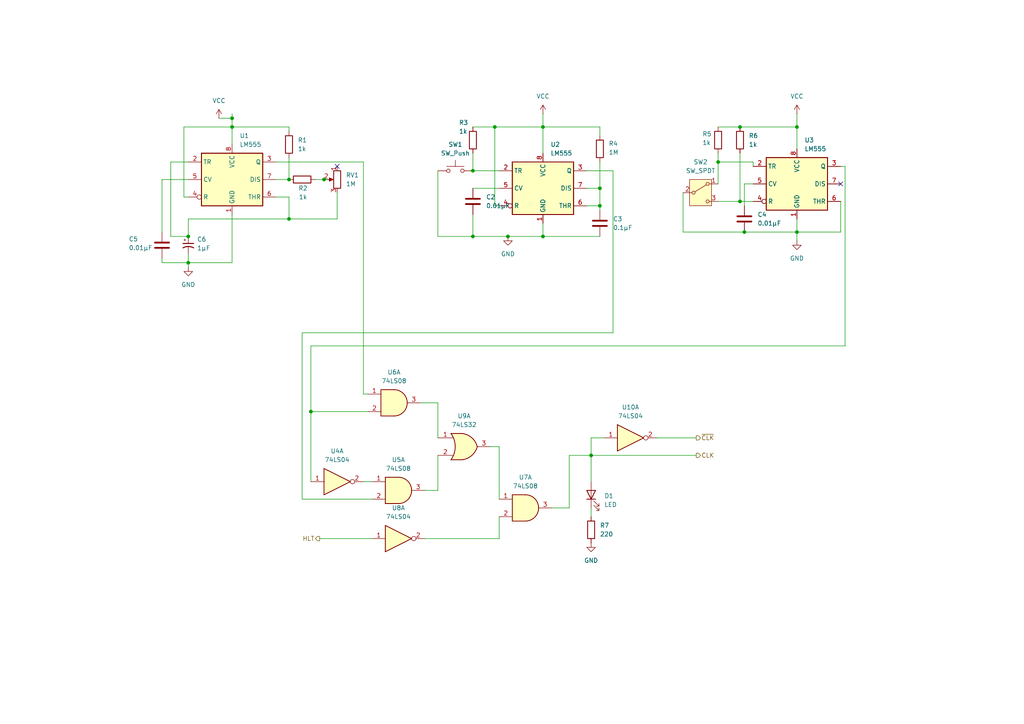
<source format=kicad_sch>
(kicad_sch (version 20231120) (generator "eeschema") (generator_version "8.0")
  (paper "A4")
  (lib_symbols
    (symbol "74xx:74LS04"
      (property "Reference" "U" (at 0 1.27 0))
      (property "Value" "74LS04" (at 0 -1.27 0))
      (symbol "74LS04_1_0"
        (polyline (pts (xy -3.81 3.81) (xy -3.81 -3.81) (xy 3.81 0) (xy -3.81 3.81)) (stroke (width 0.254)) (fill (type background)))
        (pin input line (at -7.62 0 0) (length 3.81) (name "~") (number "1"))
        (pin output inverted (at 7.62 0 180) (length 3.81) (name "~") (number "2"))
      )
      (symbol "74LS04_2_0"
        (polyline (pts (xy -3.81 3.81) (xy -3.81 -3.81) (xy 3.81 0) (xy -3.81 3.81)) (stroke (width 0.254)) (fill (type background)))
        (pin input line (at -7.62 0 0) (length 3.81) (name "~") (number "3"))
        (pin output inverted (at 7.62 0 180) (length 3.81) (name "~") (number "4"))
      )
      (symbol "74LS04_3_0"
        (polyline (pts (xy -3.81 3.81) (xy -3.81 -3.81) (xy 3.81 0) (xy -3.81 3.81)) (stroke (width 0.254)) (fill (type background)))
        (pin input line (at -7.62 0 0) (length 3.81) (name "~") (number "5"))
        (pin output inverted (at 7.62 0 180) (length 3.81) (name "~") (number "6"))
      )
      (symbol "74LS04_4_0"
        (polyline (pts (xy -3.81 3.81) (xy -3.81 -3.81) (xy 3.81 0) (xy -3.81 3.81)) (stroke (width 0.254)) (fill (type background)))
        (pin output inverted (at 7.62 0 180) (length 3.81) (name "~") (number "8"))
        (pin input line (at -7.62 0 0) (length 3.81) (name "~") (number "9"))
      )
      (symbol "74LS04_5_0"
        (polyline (pts (xy -3.81 3.81) (xy -3.81 -3.81) (xy 3.81 0) (xy -3.81 3.81)) (stroke (width 0.254)) (fill (type background)))
        (pin output inverted (at 7.62 0 180) (length 3.81) (name "~") (number "10"))
        (pin input line (at -7.62 0 0) (length 3.81) (name "~") (number "11"))
      )
      (symbol "74LS04_6_0"
        (polyline (pts (xy -3.81 3.81) (xy -3.81 -3.81) (xy 3.81 0) (xy -3.81 3.81)) (stroke (width 0.254)) (fill (type background)))
        (pin output inverted (at 7.62 0 180) (length 3.81) (name "~") (number "12"))
        (pin input line (at -7.62 0 0) (length 3.81) (name "~") (number "13"))
      )
      (symbol "74LS04_7_0"
        (pin power_in line (at 0 12.7 270) (length 5.08) (name "VCC") (number "14"))
        (pin power_in line (at 0 -12.7 90) (length 5.08) (name "GND") (number "7"))
      )
      (symbol "74LS04_7_1"
        (rectangle (start -5.08 7.62) (end 5.08 -7.62) (stroke (width 0.254)) (fill (type background)))
      )
    )
    (symbol "74xx:74LS08" (pin_names (offset 1.016))
      (property "Reference" "U" (at 0 1.27 0))
      (property "Value" "74LS08" (at 0 -1.27 0))
      (symbol "74LS08_1_1"
        (arc (start 0 -3.81) (mid 3.7934 0) (end 0 3.81) (stroke (width 0.254)) (fill (type background)))
        (polyline (pts (xy 0 3.81) (xy -3.81 3.81) (xy -3.81 -3.81) (xy 0 -3.81)) (stroke (width 0.254)) (fill (type background)))
        (pin input line (at -7.62 2.54 0) (length 3.81) (name "~") (number "1"))
        (pin input line (at -7.62 -2.54 0) (length 3.81) (name "~") (number "2"))
        (pin output line (at 7.62 0 180) (length 3.81) (name "~") (number "3"))
      )
      (symbol "74LS08_1_2"
        (arc (start -3.81 -3.81) (mid -2.589 0) (end -3.81 3.81) (stroke (width 0.254)))
        (arc (start -0.6096 -3.81) (mid 2.1842 -2.5851) (end 3.81 0) (stroke (width 0.254)) (fill (type background)))
        (polyline (pts (xy -3.81 -3.81) (xy -0.635 -3.81)) (stroke (width 0.254)) (fill (type background)))
        (polyline (pts (xy -3.81 3.81) (xy -0.635 3.81)) (stroke (width 0.254)) (fill (type background)))
        (polyline (pts (xy -0.635 3.81) (xy -3.81 3.81) (xy -3.81 3.81) (xy -3.556 3.4036) (xy -3.0226 2.2606) (xy -2.6924 1.0414) (xy -2.6162 -0.254) (xy -2.7686 -1.4986) (xy -3.175 -2.7178) (xy -3.81 -3.81) (xy -3.81 -3.81) (xy -0.635 -3.81)) (stroke (width -25.4)) (fill (type background)))
        (arc (start 3.81 0) (mid 2.1915 2.5936) (end -0.6096 3.81) (stroke (width 0.254)) (fill (type background)))
        (pin input inverted (at -7.62 2.54 0) (length 4.318) (name "~") (number "1"))
        (pin input inverted (at -7.62 -2.54 0) (length 4.318) (name "~") (number "2"))
        (pin output inverted (at 7.62 0 180) (length 3.81) (name "~") (number "3"))
      )
      (symbol "74LS08_2_1"
        (arc (start 0 -3.81) (mid 3.7934 0) (end 0 3.81) (stroke (width 0.254)) (fill (type background)))
        (polyline (pts (xy 0 3.81) (xy -3.81 3.81) (xy -3.81 -3.81) (xy 0 -3.81)) (stroke (width 0.254)) (fill (type background)))
        (pin input line (at -7.62 2.54 0) (length 3.81) (name "~") (number "4"))
        (pin input line (at -7.62 -2.54 0) (length 3.81) (name "~") (number "5"))
        (pin output line (at 7.62 0 180) (length 3.81) (name "~") (number "6"))
      )
      (symbol "74LS08_2_2"
        (arc (start -3.81 -3.81) (mid -2.589 0) (end -3.81 3.81) (stroke (width 0.254)))
        (arc (start -0.6096 -3.81) (mid 2.1842 -2.5851) (end 3.81 0) (stroke (width 0.254)) (fill (type background)))
        (polyline (pts (xy -3.81 -3.81) (xy -0.635 -3.81)) (stroke (width 0.254)) (fill (type background)))
        (polyline (pts (xy -3.81 3.81) (xy -0.635 3.81)) (stroke (width 0.254)) (fill (type background)))
        (polyline (pts (xy -0.635 3.81) (xy -3.81 3.81) (xy -3.81 3.81) (xy -3.556 3.4036) (xy -3.0226 2.2606) (xy -2.6924 1.0414) (xy -2.6162 -0.254) (xy -2.7686 -1.4986) (xy -3.175 -2.7178) (xy -3.81 -3.81) (xy -3.81 -3.81) (xy -0.635 -3.81)) (stroke (width -25.4)) (fill (type background)))
        (arc (start 3.81 0) (mid 2.1915 2.5936) (end -0.6096 3.81) (stroke (width 0.254)) (fill (type background)))
        (pin input inverted (at -7.62 2.54 0) (length 4.318) (name "~") (number "4"))
        (pin input inverted (at -7.62 -2.54 0) (length 4.318) (name "~") (number "5"))
        (pin output inverted (at 7.62 0 180) (length 3.81) (name "~") (number "6"))
      )
      (symbol "74LS08_3_1"
        (arc (start 0 -3.81) (mid 3.7934 0) (end 0 3.81) (stroke (width 0.254)) (fill (type background)))
        (polyline (pts (xy 0 3.81) (xy -3.81 3.81) (xy -3.81 -3.81) (xy 0 -3.81)) (stroke (width 0.254)) (fill (type background)))
        (pin input line (at -7.62 -2.54 0) (length 3.81) (name "~") (number "10"))
        (pin output line (at 7.62 0 180) (length 3.81) (name "~") (number "8"))
        (pin input line (at -7.62 2.54 0) (length 3.81) (name "~") (number "9"))
      )
      (symbol "74LS08_3_2"
        (arc (start -3.81 -3.81) (mid -2.589 0) (end -3.81 3.81) (stroke (width 0.254)))
        (arc (start -0.6096 -3.81) (mid 2.1842 -2.5851) (end 3.81 0) (stroke (width 0.254)) (fill (type background)))
        (polyline (pts (xy -3.81 -3.81) (xy -0.635 -3.81)) (stroke (width 0.254)) (fill (type background)))
        (polyline (pts (xy -3.81 3.81) (xy -0.635 3.81)) (stroke (width 0.254)) (fill (type background)))
        (polyline (pts (xy -0.635 3.81) (xy -3.81 3.81) (xy -3.81 3.81) (xy -3.556 3.4036) (xy -3.0226 2.2606) (xy -2.6924 1.0414) (xy -2.6162 -0.254) (xy -2.7686 -1.4986) (xy -3.175 -2.7178) (xy -3.81 -3.81) (xy -3.81 -3.81) (xy -0.635 -3.81)) (stroke (width -25.4)) (fill (type background)))
        (arc (start 3.81 0) (mid 2.1915 2.5936) (end -0.6096 3.81) (stroke (width 0.254)) (fill (type background)))
        (pin input inverted (at -7.62 -2.54 0) (length 4.318) (name "~") (number "10"))
        (pin output inverted (at 7.62 0 180) (length 3.81) (name "~") (number "8"))
        (pin input inverted (at -7.62 2.54 0) (length 4.318) (name "~") (number "9"))
      )
      (symbol "74LS08_4_1"
        (arc (start 0 -3.81) (mid 3.7934 0) (end 0 3.81) (stroke (width 0.254)) (fill (type background)))
        (polyline (pts (xy 0 3.81) (xy -3.81 3.81) (xy -3.81 -3.81) (xy 0 -3.81)) (stroke (width 0.254)) (fill (type background)))
        (pin output line (at 7.62 0 180) (length 3.81) (name "~") (number "11"))
        (pin input line (at -7.62 2.54 0) (length 3.81) (name "~") (number "12"))
        (pin input line (at -7.62 -2.54 0) (length 3.81) (name "~") (number "13"))
      )
      (symbol "74LS08_4_2"
        (arc (start -3.81 -3.81) (mid -2.589 0) (end -3.81 3.81) (stroke (width 0.254)))
        (arc (start -0.6096 -3.81) (mid 2.1842 -2.5851) (end 3.81 0) (stroke (width 0.254)) (fill (type background)))
        (polyline (pts (xy -3.81 -3.81) (xy -0.635 -3.81)) (stroke (width 0.254)) (fill (type background)))
        (polyline (pts (xy -3.81 3.81) (xy -0.635 3.81)) (stroke (width 0.254)) (fill (type background)))
        (polyline (pts (xy -0.635 3.81) (xy -3.81 3.81) (xy -3.81 3.81) (xy -3.556 3.4036) (xy -3.0226 2.2606) (xy -2.6924 1.0414) (xy -2.6162 -0.254) (xy -2.7686 -1.4986) (xy -3.175 -2.7178) (xy -3.81 -3.81) (xy -3.81 -3.81) (xy -0.635 -3.81)) (stroke (width -25.4)) (fill (type background)))
        (arc (start 3.81 0) (mid 2.1915 2.5936) (end -0.6096 3.81) (stroke (width 0.254)) (fill (type background)))
        (pin output inverted (at 7.62 0 180) (length 3.81) (name "~") (number "11"))
        (pin input inverted (at -7.62 2.54 0) (length 4.318) (name "~") (number "12"))
        (pin input inverted (at -7.62 -2.54 0) (length 4.318) (name "~") (number "13"))
      )
      (symbol "74LS08_5_0"
        (pin power_in line (at 0 12.7 270) (length 5.08) (name "VCC") (number "14"))
        (pin power_in line (at 0 -12.7 90) (length 5.08) (name "GND") (number "7"))
      )
      (symbol "74LS08_5_1"
        (rectangle (start -5.08 7.62) (end 5.08 -7.62) (stroke (width 0.254)) (fill (type background)))
      )
    )
    (symbol "74xx:74LS32" (pin_names (offset 1.016))
      (property "Reference" "U" (at 0 1.27 0))
      (property "Value" "74LS32" (at 0 -1.27 0))
      (symbol "74LS32_1_1"
        (arc (start -3.81 -3.81) (mid -2.589 0) (end -3.81 3.81) (stroke (width 0.254)))
        (arc (start -0.6096 -3.81) (mid 2.1842 -2.5851) (end 3.81 0) (stroke (width 0.254)) (fill (type background)))
        (polyline (pts (xy -3.81 -3.81) (xy -0.635 -3.81)) (stroke (width 0.254)) (fill (type background)))
        (polyline (pts (xy -3.81 3.81) (xy -0.635 3.81)) (stroke (width 0.254)) (fill (type background)))
        (polyline (pts (xy -0.635 3.81) (xy -3.81 3.81) (xy -3.81 3.81) (xy -3.556 3.4036) (xy -3.0226 2.2606) (xy -2.6924 1.0414) (xy -2.6162 -0.254) (xy -2.7686 -1.4986) (xy -3.175 -2.7178) (xy -3.81 -3.81) (xy -3.81 -3.81) (xy -0.635 -3.81)) (stroke (width -25.4)) (fill (type background)))
        (arc (start 3.81 0) (mid 2.1915 2.5936) (end -0.6096 3.81) (stroke (width 0.254)) (fill (type background)))
        (pin input line (at -7.62 2.54 0) (length 4.318) (name "~") (number "1"))
        (pin input line (at -7.62 -2.54 0) (length 4.318) (name "~") (number "2"))
        (pin output line (at 7.62 0 180) (length 3.81) (name "~") (number "3"))
      )
      (symbol "74LS32_1_2"
        (arc (start 0 -3.81) (mid 3.7934 0) (end 0 3.81) (stroke (width 0.254)) (fill (type background)))
        (polyline (pts (xy 0 3.81) (xy -3.81 3.81) (xy -3.81 -3.81) (xy 0 -3.81)) (stroke (width 0.254)) (fill (type background)))
        (pin input inverted (at -7.62 2.54 0) (length 3.81) (name "~") (number "1"))
        (pin input inverted (at -7.62 -2.54 0) (length 3.81) (name "~") (number "2"))
        (pin output inverted (at 7.62 0 180) (length 3.81) (name "~") (number "3"))
      )
      (symbol "74LS32_2_1"
        (arc (start -3.81 -3.81) (mid -2.589 0) (end -3.81 3.81) (stroke (width 0.254)))
        (arc (start -0.6096 -3.81) (mid 2.1842 -2.5851) (end 3.81 0) (stroke (width 0.254)) (fill (type background)))
        (polyline (pts (xy -3.81 -3.81) (xy -0.635 -3.81)) (stroke (width 0.254)) (fill (type background)))
        (polyline (pts (xy -3.81 3.81) (xy -0.635 3.81)) (stroke (width 0.254)) (fill (type background)))
        (polyline (pts (xy -0.635 3.81) (xy -3.81 3.81) (xy -3.81 3.81) (xy -3.556 3.4036) (xy -3.0226 2.2606) (xy -2.6924 1.0414) (xy -2.6162 -0.254) (xy -2.7686 -1.4986) (xy -3.175 -2.7178) (xy -3.81 -3.81) (xy -3.81 -3.81) (xy -0.635 -3.81)) (stroke (width -25.4)) (fill (type background)))
        (arc (start 3.81 0) (mid 2.1915 2.5936) (end -0.6096 3.81) (stroke (width 0.254)) (fill (type background)))
        (pin input line (at -7.62 2.54 0) (length 4.318) (name "~") (number "4"))
        (pin input line (at -7.62 -2.54 0) (length 4.318) (name "~") (number "5"))
        (pin output line (at 7.62 0 180) (length 3.81) (name "~") (number "6"))
      )
      (symbol "74LS32_2_2"
        (arc (start 0 -3.81) (mid 3.7934 0) (end 0 3.81) (stroke (width 0.254)) (fill (type background)))
        (polyline (pts (xy 0 3.81) (xy -3.81 3.81) (xy -3.81 -3.81) (xy 0 -3.81)) (stroke (width 0.254)) (fill (type background)))
        (pin input inverted (at -7.62 2.54 0) (length 3.81) (name "~") (number "4"))
        (pin input inverted (at -7.62 -2.54 0) (length 3.81) (name "~") (number "5"))
        (pin output inverted (at 7.62 0 180) (length 3.81) (name "~") (number "6"))
      )
      (symbol "74LS32_3_1"
        (arc (start -3.81 -3.81) (mid -2.589 0) (end -3.81 3.81) (stroke (width 0.254)))
        (arc (start -0.6096 -3.81) (mid 2.1842 -2.5851) (end 3.81 0) (stroke (width 0.254)) (fill (type background)))
        (polyline (pts (xy -3.81 -3.81) (xy -0.635 -3.81)) (stroke (width 0.254)) (fill (type background)))
        (polyline (pts (xy -3.81 3.81) (xy -0.635 3.81)) (stroke (width 0.254)) (fill (type background)))
        (polyline (pts (xy -0.635 3.81) (xy -3.81 3.81) (xy -3.81 3.81) (xy -3.556 3.4036) (xy -3.0226 2.2606) (xy -2.6924 1.0414) (xy -2.6162 -0.254) (xy -2.7686 -1.4986) (xy -3.175 -2.7178) (xy -3.81 -3.81) (xy -3.81 -3.81) (xy -0.635 -3.81)) (stroke (width -25.4)) (fill (type background)))
        (arc (start 3.81 0) (mid 2.1915 2.5936) (end -0.6096 3.81) (stroke (width 0.254)) (fill (type background)))
        (pin input line (at -7.62 -2.54 0) (length 4.318) (name "~") (number "10"))
        (pin output line (at 7.62 0 180) (length 3.81) (name "~") (number "8"))
        (pin input line (at -7.62 2.54 0) (length 4.318) (name "~") (number "9"))
      )
      (symbol "74LS32_3_2"
        (arc (start 0 -3.81) (mid 3.7934 0) (end 0 3.81) (stroke (width 0.254)) (fill (type background)))
        (polyline (pts (xy 0 3.81) (xy -3.81 3.81) (xy -3.81 -3.81) (xy 0 -3.81)) (stroke (width 0.254)) (fill (type background)))
        (pin input inverted (at -7.62 -2.54 0) (length 3.81) (name "~") (number "10"))
        (pin output inverted (at 7.62 0 180) (length 3.81) (name "~") (number "8"))
        (pin input inverted (at -7.62 2.54 0) (length 3.81) (name "~") (number "9"))
      )
      (symbol "74LS32_4_1"
        (arc (start -3.81 -3.81) (mid -2.589 0) (end -3.81 3.81) (stroke (width 0.254)))
        (arc (start -0.6096 -3.81) (mid 2.1842 -2.5851) (end 3.81 0) (stroke (width 0.254)) (fill (type background)))
        (polyline (pts (xy -3.81 -3.81) (xy -0.635 -3.81)) (stroke (width 0.254)) (fill (type background)))
        (polyline (pts (xy -3.81 3.81) (xy -0.635 3.81)) (stroke (width 0.254)) (fill (type background)))
        (polyline (pts (xy -0.635 3.81) (xy -3.81 3.81) (xy -3.81 3.81) (xy -3.556 3.4036) (xy -3.0226 2.2606) (xy -2.6924 1.0414) (xy -2.6162 -0.254) (xy -2.7686 -1.4986) (xy -3.175 -2.7178) (xy -3.81 -3.81) (xy -3.81 -3.81) (xy -0.635 -3.81)) (stroke (width -25.4)) (fill (type background)))
        (arc (start 3.81 0) (mid 2.1915 2.5936) (end -0.6096 3.81) (stroke (width 0.254)) (fill (type background)))
        (pin output line (at 7.62 0 180) (length 3.81) (name "~") (number "11"))
        (pin input line (at -7.62 2.54 0) (length 4.318) (name "~") (number "12"))
        (pin input line (at -7.62 -2.54 0) (length 4.318) (name "~") (number "13"))
      )
      (symbol "74LS32_4_2"
        (arc (start 0 -3.81) (mid 3.7934 0) (end 0 3.81) (stroke (width 0.254)) (fill (type background)))
        (polyline (pts (xy 0 3.81) (xy -3.81 3.81) (xy -3.81 -3.81) (xy 0 -3.81)) (stroke (width 0.254)) (fill (type background)))
        (pin output inverted (at 7.62 0 180) (length 3.81) (name "~") (number "11"))
        (pin input inverted (at -7.62 2.54 0) (length 3.81) (name "~") (number "12"))
        (pin input inverted (at -7.62 -2.54 0) (length 3.81) (name "~") (number "13"))
      )
      (symbol "74LS32_5_0"
        (pin power_in line (at 0 12.7 270) (length 5.08) (name "VCC") (number "14"))
        (pin power_in line (at 0 -12.7 90) (length 5.08) (name "GND") (number "7"))
      )
      (symbol "74LS32_5_1"
        (rectangle (start -5.08 7.62) (end 5.08 -7.62) (stroke (width 0.254)) (fill (type background)))
      )
    )
    (symbol "Device:C" (pin_numbers hide) (pin_names (offset 0.254))
      (property "Reference" "C" (at 0.635 2.54 0))
      (property "Value" "C" (at 0.635 -2.54 0))
      (symbol "C_0_1"
        (polyline (pts (xy -2.032 -0.762) (xy 2.032 -0.762)) (stroke (width 0.508)))
        (polyline (pts (xy -2.032 0.762) (xy 2.032 0.762)) (stroke (width 0.508)))
      )
      (symbol "C_1_1"
        (pin passive line (at 0 3.81 270) (length 2.794) (name "~") (number "1"))
        (pin passive line (at 0 -3.81 90) (length 2.794) (name "~") (number "2"))
      )
    )
    (symbol "Device:C_Polarized_Small_US" (pin_numbers hide) (pin_names (offset 0.254) hide)
      (property "Reference" "C" (at 0.254 1.778 0))
      (property "Value" "C_Polarized_Small_US" (at 0.254 -2.032 0))
      (symbol "C_Polarized_Small_US_0_1"
        (polyline (pts (xy -1.524 0.508) (xy 1.524 0.508)) (stroke (width 0.3048)))
        (polyline (pts (xy -1.27 1.524) (xy -0.762 1.524)))
        (polyline (pts (xy -1.016 1.27) (xy -1.016 1.778)))
        (arc (start 1.524 -0.762) (mid 0 -0.3734) (end -1.524 -0.762) (stroke (width 0.3048)))
      )
      (symbol "C_Polarized_Small_US_1_1"
        (pin passive line (at 0 2.54 270) (length 2.032) (name "~") (number "1"))
        (pin passive line (at 0 -2.54 90) (length 2.032) (name "~") (number "2"))
      )
    )
    (symbol "Device:LED" (pin_numbers hide) (pin_names (offset 1.016) hide)
      (property "Reference" "D" (at 0 2.54 0))
      (property "Value" "LED" (at 0 -2.54 0))
      (symbol "LED_0_1"
        (polyline (pts (xy -1.27 -1.27) (xy -1.27 1.27)) (stroke (width 0.254)))
        (polyline (pts (xy -1.27 0) (xy 1.27 0)))
        (polyline (pts (xy 1.27 -1.27) (xy 1.27 1.27) (xy -1.27 0) (xy 1.27 -1.27)) (stroke (width 0.254)))
        (polyline (pts (xy -3.048 -0.762) (xy -4.572 -2.286) (xy -3.81 -2.286) (xy -4.572 -2.286) (xy -4.572 -1.524)))
        (polyline (pts (xy -1.778 -0.762) (xy -3.302 -2.286) (xy -2.54 -2.286) (xy -3.302 -2.286) (xy -3.302 -1.524)))
      )
      (symbol "LED_1_1"
        (pin passive line (at -3.81 0 0) (length 2.54) (name "K") (number "1"))
        (pin passive line (at 3.81 0 180) (length 2.54) (name "A") (number "2"))
      )
    )
    (symbol "Device:R" (pin_numbers hide) (pin_names (offset 0))
      (property "Reference" "R" (at 2.032 0 90))
      (property "Value" "R" (at 0 0 90))
      (symbol "R_0_1"
        (rectangle (start -1.016 -2.54) (end 1.016 2.54) (stroke (width 0.254)))
      )
      (symbol "R_1_1"
        (pin passive line (at 0 3.81 270) (length 1.27) (name "~") (number "1"))
        (pin passive line (at 0 -3.81 90) (length 1.27) (name "~") (number "2"))
      )
    )
    (symbol "Device:R_Potentiometer" (pin_names (offset 1.016) hide)
      (property "Reference" "RV" (at -4.445 0 90))
      (property "Value" "R_Potentiometer" (at -2.54 0 90))
      (symbol "R_Potentiometer_0_1"
        (polyline (pts (xy 2.54 0) (xy 1.524 0)))
        (polyline (pts (xy 1.143 0) (xy 2.286 0.508) (xy 2.286 -0.508) (xy 1.143 0)) (fill (type outline)))
        (rectangle (start 1.016 2.54) (end -1.016 -2.54) (stroke (width 0.254)))
      )
      (symbol "R_Potentiometer_1_1"
        (pin passive line (at 0 3.81 270) (length 1.27) (name "1") (number "1"))
        (pin passive line (at 3.81 0 180) (length 1.27) (name "2") (number "2"))
        (pin passive line (at 0 -3.81 90) (length 1.27) (name "3") (number "3"))
      )
    )
    (symbol "Switch:SW_Push" (pin_numbers hide) (pin_names (offset 1.016) hide)
      (property "Reference" "SW" (at 1.27 2.54 0))
      (property "Value" "SW_Push" (at 0 -1.524 0))
      (symbol "SW_Push_0_1"
        (circle (center -2.032 0) (radius 0.508))
        (polyline (pts (xy 0 1.27) (xy 0 3.048)))
        (polyline (pts (xy 2.54 1.27) (xy -2.54 1.27)))
        (circle (center 2.032 0) (radius 0.508))
        (pin passive line (at -5.08 0 0) (length 2.54) (name "1") (number "1"))
        (pin passive line (at 5.08 0 180) (length 2.54) (name "2") (number "2"))
      )
    )
    (symbol "Switch:SW_SPDT" (pin_names (offset 0) hide)
      (property "Reference" "SW" (at 0 5.08 0))
      (property "Value" "SW_SPDT" (at 0 -5.08 0))
      (symbol "SW_SPDT_0_1"
        (circle (center -2.032 0) (radius 0.4572))
        (polyline (pts (xy -1.651 0.254) (xy 1.651 2.286)))
        (circle (center 2.032 -2.54) (radius 0.4572))
        (circle (center 2.032 2.54) (radius 0.4572))
      )
      (symbol "SW_SPDT_1_1"
        (rectangle (start -3.175 3.81) (end 3.175 -3.81) (fill (type background)))
        (pin passive line (at 5.08 2.54 180) (length 2.54) (name "A") (number "1"))
        (pin passive line (at -5.08 0 0) (length 2.54) (name "B") (number "2"))
        (pin passive line (at 5.08 -2.54 180) (length 2.54) (name "C") (number "3"))
      )
    )
    (symbol "Timer:LM555xM"
      (property "Reference" "U" (at -10.16 8.89 0))
      (property "Value" "LM555xM" (at 2.54 8.89 0))
      (symbol "LM555xM_0_0"
        (pin power_in line (at 0 -10.16 90) (length 2.54) (name "GND") (number "1"))
        (pin power_in line (at 0 10.16 270) (length 2.54) (name "VCC") (number "8"))
      )
      (symbol "LM555xM_0_1"
        (rectangle (start -8.89 -7.62) (end 8.89 7.62) (stroke (width 0.254)) (fill (type background)))
        (rectangle (start -8.89 -7.62) (end 8.89 7.62) (stroke (width 0.254)) (fill (type background)))
      )
      (symbol "LM555xM_1_1"
        (pin input line (at -12.7 5.08 0) (length 3.81) (name "TR") (number "2"))
        (pin output line (at 12.7 5.08 180) (length 3.81) (name "Q") (number "3"))
        (pin input inverted (at -12.7 -5.08 0) (length 3.81) (name "R") (number "4"))
        (pin input line (at -12.7 0 0) (length 3.81) (name "CV") (number "5"))
        (pin input line (at 12.7 -5.08 180) (length 3.81) (name "THR") (number "6"))
        (pin input line (at 12.7 0 180) (length 3.81) (name "DIS") (number "7"))
      )
    )
    (symbol "power:GND" (power) (pin_numbers hide) (pin_names (offset 0) hide)
      (property "Value" "GND" (at 0 -3.81 0))
      (symbol "GND_0_1"
        (polyline (pts (xy 0 0) (xy 0 -1.27) (xy 1.27 -1.27) (xy 0 -2.54) (xy -1.27 -1.27) (xy 0 -1.27)))
      )
      (symbol "GND_1_1"
        (pin power_in line (at 0 0 270) (length 0) (name "~") (number "1"))
      )
    )
    (symbol "power:VCC" (power) (pin_numbers hide) (pin_names (offset 0) hide)
      (property "Value" "VCC" (at 0 3.556 0))
      (symbol "VCC_0_1"
        (polyline (pts (xy -0.762 1.27) (xy 0 2.54)))
        (polyline (pts (xy 0 0) (xy 0 2.54)))
        (polyline (pts (xy 0 2.54) (xy 0.762 1.27)))
      )
      (symbol "VCC_1_1"
        (pin power_in line (at 0 0 90) (length 0) (name "~") (number "1"))
      )
    )
  )
  (junction (at 137.16 68.58))
  (junction (at 67.31 34.29))
  (junction (at 90.17 119.38))
  (junction (at 137.16 49.53))
  (junction (at 157.48 36.83))
  (junction (at 173.99 59.69))
  (junction (at 67.31 36.83))
  (junction (at 231.14 36.83))
  (junction (at 93.98 52.07))
  (junction (at 171.45 132.08))
  (junction (at 83.82 52.07))
  (junction (at 214.63 36.83))
  (junction (at 231.14 67.31))
  (junction (at 215.9 67.31))
  (junction (at 214.63 58.42))
  (junction (at 54.61 68.58))
  (junction (at 83.82 63.5))
  (junction (at 208.28 46.99))
  (junction (at 157.48 68.58))
  (junction (at 54.61 76.2))
  (junction (at 143.51 36.83))
  (junction (at 147.32 68.58))
  (junction (at 173.99 54.61))
  (no_connect (at 97.79 48.26))
  (no_connect (at 243.84 53.34))
  (wire (pts (xy 90.17 100.33) (xy 245.11 100.33)))
  (wire (pts (xy 143.51 59.69) (xy 144.78 59.69)))
  (wire (pts (xy 83.82 57.15) (xy 83.82 63.5)))
  (wire (pts (xy 157.48 33.02) (xy 157.48 36.83)))
  (wire (pts (xy 142.24 129.54) (xy 144.78 129.54)))
  (wire (pts (xy 137.16 49.53) (xy 144.78 49.53)))
  (wire (pts (xy 243.84 67.31) (xy 231.14 67.31)))
  (wire (pts (xy 245.11 48.26) (xy 243.84 48.26)))
  (wire (pts (xy 218.44 46.99) (xy 218.44 48.26)))
  (wire (pts (xy 190.5 127) (xy 201.93 127)))
  (wire (pts (xy 97.79 63.5) (xy 97.79 55.88)))
  (wire (pts (xy 49.53 46.99) (xy 54.61 46.99)))
  (wire (pts (xy 83.82 52.07) (xy 80.01 52.07)))
  (wire (pts (xy 127 116.84) (xy 127 127)))
  (wire (pts (xy 137.16 36.83) (xy 143.51 36.83)))
  (wire (pts (xy 137.16 62.23) (xy 137.16 68.58)))
  (wire (pts (xy 123.19 142.24) (xy 127 142.24)))
  (wire (pts (xy 198.12 55.88) (xy 198.12 67.31)))
  (wire (pts (xy 171.45 132.08) (xy 171.45 139.7)))
  (wire (pts (xy 157.48 68.58) (xy 147.32 68.58)))
  (wire (pts (xy 107.95 139.7) (xy 105.41 139.7)))
  (wire (pts (xy 173.99 36.83) (xy 157.48 36.83)))
  (wire (pts (xy 90.17 119.38) (xy 90.17 139.7)))
  (wire (pts (xy 67.31 34.29) (xy 67.31 36.83)))
  (wire (pts (xy 243.84 58.42) (xy 243.84 67.31)))
  (wire (pts (xy 208.28 36.83) (xy 214.63 36.83)))
  (wire (pts (xy 137.16 54.61) (xy 144.78 54.61)))
  (wire (pts (xy 121.92 116.84) (xy 127 116.84)))
  (wire (pts (xy 165.1 132.08) (xy 171.45 132.08)))
  (wire (pts (xy 173.99 46.99) (xy 173.99 54.61)))
  (wire (pts (xy 214.63 36.83) (xy 231.14 36.83)))
  (wire (pts (xy 53.34 36.83) (xy 53.34 57.15)))
  (wire (pts (xy 83.82 63.5) (xy 97.79 63.5)))
  (wire (pts (xy 214.63 44.45) (xy 214.63 58.42)))
  (wire (pts (xy 54.61 73.66) (xy 54.61 76.2)))
  (wire (pts (xy 46.99 76.2) (xy 54.61 76.2)))
  (wire (pts (xy 157.48 36.83) (xy 157.48 44.45)))
  (wire (pts (xy 91.44 52.07) (xy 93.98 52.07)))
  (wire (pts (xy 160.02 147.32) (xy 165.1 147.32)))
  (wire (pts (xy 215.9 67.31) (xy 231.14 67.31)))
  (wire (pts (xy 83.82 57.15) (xy 80.01 57.15)))
  (wire (pts (xy 67.31 36.83) (xy 53.34 36.83)))
  (wire (pts (xy 208.28 46.99) (xy 208.28 53.34)))
  (wire (pts (xy 143.51 36.83) (xy 157.48 36.83)))
  (wire (pts (xy 173.99 60.96) (xy 173.99 59.69)))
  (wire (pts (xy 208.28 46.99) (xy 218.44 46.99)))
  (wire (pts (xy 53.34 57.15) (xy 54.61 57.15)))
  (wire (pts (xy 87.63 144.78) (xy 107.95 144.78)))
  (wire (pts (xy 46.99 67.31) (xy 46.99 52.07)))
  (wire (pts (xy 171.45 132.08) (xy 201.93 132.08)))
  (wire (pts (xy 171.45 132.08) (xy 171.45 127)))
  (wire (pts (xy 83.82 36.83) (xy 83.82 38.1)))
  (wire (pts (xy 95.25 52.07) (xy 93.98 52.07)))
  (wire (pts (xy 215.9 59.69) (xy 215.9 53.34)))
  (wire (pts (xy 144.78 129.54) (xy 144.78 144.78)))
  (wire (pts (xy 157.48 64.77) (xy 157.48 68.58)))
  (wire (pts (xy 245.11 48.26) (xy 245.11 100.33)))
  (wire (pts (xy 67.31 36.83) (xy 83.82 36.83)))
  (wire (pts (xy 170.18 54.61) (xy 173.99 54.61)))
  (wire (pts (xy 54.61 63.5) (xy 54.61 68.58)))
  (wire (pts (xy 67.31 33.02) (xy 67.31 34.29)))
  (wire (pts (xy 67.31 36.83) (xy 67.31 41.91)))
  (wire (pts (xy 54.61 76.2) (xy 54.61 77.47)))
  (wire (pts (xy 46.99 74.93) (xy 46.99 76.2)))
  (wire (pts (xy 231.14 36.83) (xy 231.14 43.18)))
  (wire (pts (xy 90.17 119.38) (xy 90.17 100.33)))
  (wire (pts (xy 54.61 76.2) (xy 67.31 76.2)))
  (wire (pts (xy 80.01 46.99) (xy 105.41 46.99)))
  (wire (pts (xy 231.14 67.31) (xy 231.14 69.85)))
  (wire (pts (xy 173.99 39.37) (xy 173.99 36.83)))
  (wire (pts (xy 105.41 114.3) (xy 106.68 114.3)))
  (wire (pts (xy 177.8 49.53) (xy 170.18 49.53)))
  (wire (pts (xy 123.19 156.21) (xy 144.78 156.21)))
  (wire (pts (xy 177.8 96.52) (xy 87.63 96.52)))
  (wire (pts (xy 83.82 45.72) (xy 83.82 52.07)))
  (wire (pts (xy 215.9 53.34) (xy 218.44 53.34)))
  (wire (pts (xy 67.31 34.29) (xy 63.5 34.29)))
  (wire (pts (xy 127 68.58) (xy 137.16 68.58)))
  (wire (pts (xy 46.99 52.07) (xy 54.61 52.07)))
  (wire (pts (xy 231.14 63.5) (xy 231.14 67.31)))
  (wire (pts (xy 171.45 149.86) (xy 171.45 147.32)))
  (wire (pts (xy 137.16 44.45) (xy 137.16 49.53)))
  (wire (pts (xy 127 142.24) (xy 127 132.08)))
  (wire (pts (xy 214.63 58.42) (xy 218.44 58.42)))
  (wire (pts (xy 165.1 147.32) (xy 165.1 132.08)))
  (wire (pts (xy 87.63 96.52) (xy 87.63 144.78)))
  (wire (pts (xy 143.51 36.83) (xy 143.51 59.69)))
  (wire (pts (xy 137.16 68.58) (xy 147.32 68.58)))
  (wire (pts (xy 127 49.53) (xy 127 68.58)))
  (wire (pts (xy 198.12 67.31) (xy 215.9 67.31)))
  (wire (pts (xy 90.17 119.38) (xy 106.68 119.38)))
  (wire (pts (xy 208.28 58.42) (xy 214.63 58.42)))
  (wire (pts (xy 54.61 63.5) (xy 83.82 63.5)))
  (wire (pts (xy 144.78 149.86) (xy 144.78 156.21)))
  (wire (pts (xy 92.71 156.21) (xy 107.95 156.21)))
  (wire (pts (xy 173.99 59.69) (xy 173.99 54.61)))
  (wire (pts (xy 171.45 127) (xy 175.26 127)))
  (wire (pts (xy 105.41 46.99) (xy 105.41 114.3)))
  (wire (pts (xy 231.14 33.02) (xy 231.14 36.83)))
  (wire (pts (xy 54.61 68.58) (xy 49.53 68.58)))
  (wire (pts (xy 49.53 68.58) (xy 49.53 46.99)))
  (wire (pts (xy 67.31 62.23) (xy 67.31 76.2)))
  (wire (pts (xy 208.28 44.45) (xy 208.28 46.99)))
  (wire (pts (xy 170.18 59.69) (xy 173.99 59.69)))
  (wire (pts (xy 157.48 68.58) (xy 173.99 68.58)))
  (wire (pts (xy 177.8 49.53) (xy 177.8 96.52)))
  (hierarchical_label "CLK" (shape output) (at 201.93 132.08 0))
  (hierarchical_label "HLT" (shape output) (at 92.71 156.21 180))
  (hierarchical_label "~{CLK}" (shape output) (at 201.93 127 0))
  (symbol (lib_id "power:GND") (at 171.45 157.48 0) (unit 1)
    (property "Reference" "#PWR07" (effects (hide yes)))
    (property "Value" "GND" (at 171.45 162.56 0))
    (property "Description" "Power symbol creates a global label with name \"GND\" , ground" (effects (hide yes)))
  )
  (symbol (lib_id "Device:R") (at 173.99 43.18 0) (unit 1)
    (property "Reference" "R4" (at 176.53 41.656 0) (effects (justify left)))
    (property "Value" "1M" (at 176.53 44.196 0) (effects (justify left)))
    (property "Description" "Resistor" (effects (hide yes)))
  )
  (symbol (lib_id "Device:R") (at 214.63 40.64 0) (unit 1)
    (property "Reference" "R6" (at 217.17 39.3699 0) (effects (justify left)))
    (property "Value" "1k" (at 217.17 41.9099 0) (effects (justify left)))
    (property "Description" "Resistor" (effects (hide yes)))
  )
  (symbol (lib_id "Timer:LM555xM") (at 157.48 54.61 0) (unit 1)
    (property "Reference" "U2" (at 159.6741 41.91 0) (effects (justify left)))
    (property "Value" "LM555" (at 159.6741 44.45 0) (effects (justify left)))
    (property "Footprint" "Package_SO:SOIC-8_3.9x4.9mm_P1.27mm" (effects (hide yes)))
    (property "Datasheet" "http://www.ti.com/lit/ds/symlink/lm555.pdf" (effects (hide yes)))
    (property "Description" "Timer, 555 compatible, SOIC-8" (effects (hide yes)))
  )
  (symbol (lib_id "power:VCC") (at 157.48 33.02 0) (unit 1)
    (property "Reference" "#PWR03" (effects (hide yes)))
    (property "Value" "VCC" (at 157.48 27.94 0))
    (property "Description" "Power symbol creates a global label with name \"VCC\"" (effects (hide yes)))
  )
  (symbol (lib_id "74xx:74LS08") (at 152.4 147.32 0) (unit 1)
    (property "Reference" "U7" (at 152.3917 138.43 0))
    (property "Value" "74LS08" (at 152.3917 140.97 0))
    (property "Datasheet" "http://www.ti.com/lit/gpn/sn74LS08" (effects (hide yes)))
    (property "Description" "Quad And2" (effects (hide yes)))
  )
  (symbol (lib_id "Device:R") (at 208.28 40.64 0) (unit 1)
    (property "Reference" "R5" (at 203.708 38.862 0) (effects (justify left)))
    (property "Value" "1k" (at 203.708 41.402 0) (effects (justify left)))
    (property "Description" "Resistor" (effects (hide yes)))
  )
  (symbol (lib_id "Switch:SW_Push") (at 132.08 49.53 0) (unit 1)
    (property "Reference" "SW1" (at 132.08 41.91 0))
    (property "Value" "SW_Push" (at 132.08 44.45 0))
    (property "Description" "Push button switch, generic, two pins" (effects (hide yes)))
  )
  (symbol (lib_id "Device:LED") (at 171.45 143.51 90) (unit 1)
    (property "Reference" "D1" (at 175.26 143.8274 90) (effects (justify right)))
    (property "Value" "LED" (at 175.26 146.3674 90) (effects (justify right)))
    (property "Description" "Light emitting diode" (effects (hide yes)))
  )
  (symbol (lib_id "Device:C") (at 173.99 64.77 0) (unit 1)
    (property "Reference" "C3" (at 177.8 63.4999 0) (effects (justify left)))
    (property "Value" "0.1μF" (at 177.8 66.0399 0) (effects (justify left)))
    (property "Description" "Unpolarized capacitor" (effects (hide yes)))
  )
  (symbol (lib_id "Device:R") (at 87.63 52.07 270) (unit 1)
    (property "Reference" "R2" (at 87.884 54.61 90))
    (property "Value" "1k" (at 87.884 57.15 90))
    (property "Description" "Resistor" (effects (hide yes)))
  )
  (symbol (lib_id "Device:R") (at 137.16 40.64 0) (unit 1)
    (property "Reference" "R3" (at 133.096 35.56 0) (effects (justify left)))
    (property "Value" "1k" (at 133.096 38.1 0) (effects (justify left)))
    (property "Description" "Resistor" (effects (hide yes)))
  )
  (symbol (lib_id "power:VCC") (at 231.14 33.02 0) (unit 1)
    (property "Reference" "#PWR04" (effects (hide yes)))
    (property "Value" "VCC" (at 231.14 27.94 0))
    (property "Description" "Power symbol creates a global label with name \"VCC\"" (effects (hide yes)))
  )
  (symbol (lib_id "74xx:74LS04") (at 97.79 139.7 0) (unit 1)
    (property "Reference" "U4" (at 97.79 130.81 0))
    (property "Value" "74LS04" (at 97.79 133.35 0))
    (property "Datasheet" "http://www.ti.com/lit/gpn/sn74LS04" (effects (hide yes)))
    (property "Description" "Hex Inverter" (effects (hide yes)))
  )
  (symbol (lib_id "Device:C_Polarized_Small_US") (at 54.61 71.12 0) (unit 1)
    (property "Reference" "C6" (at 57.15 69.4181 0) (effects (justify left)))
    (property "Value" "1μF" (at 57.15 71.9581 0) (effects (justify left)))
    (property "Description" "Polarized capacitor, small US symbol" (effects (hide yes)))
  )
  (symbol (lib_id "74xx:74LS08") (at 114.3 116.84 0) (unit 1)
    (property "Reference" "U6" (at 114.2917 107.95 0))
    (property "Value" "74LS08" (at 114.2917 110.49 0))
    (property "Datasheet" "http://www.ti.com/lit/gpn/sn74LS08" (effects (hide yes)))
    (property "Description" "Quad And2" (effects (hide yes)))
  )
  (symbol (lib_id "Timer:LM555xM") (at 67.31 52.07 0) (unit 1)
    (property "Reference" "U1" (at 69.5041 39.37 0) (effects (justify left)))
    (property "Value" "LM555" (at 69.5041 41.91 0) (effects (justify left)))
    (property "Footprint" "Package_SO:SOIC-8_3.9x4.9mm_P1.27mm" (effects (hide yes)))
    (property "Datasheet" "http://www.ti.com/lit/ds/symlink/lm555.pdf" (effects (hide yes)))
    (property "Description" "Timer, 555 compatible, SOIC-8" (effects (hide yes)))
  )
  (symbol (lib_id "Device:C") (at 137.16 58.42 0) (unit 1)
    (property "Reference" "C2" (at 140.97 57.1499 0) (effects (justify left)))
    (property "Value" "0.01μF" (at 140.97 59.6899 0) (effects (justify left)))
    (property "Description" "Unpolarized capacitor" (effects (hide yes)))
  )
  (symbol (lib_id "power:GND") (at 231.14 69.85 0) (unit 1)
    (property "Reference" "#PWR06" (effects (hide yes)))
    (property "Value" "GND" (at 231.14 74.93 0))
    (property "Description" "Power symbol creates a global label with name \"GND\" , ground" (effects (hide yes)))
  )
  (symbol (lib_id "74xx:74LS32") (at 134.62 129.54 0) (unit 1)
    (property "Reference" "U9" (at 134.62 120.65 0))
    (property "Value" "74LS32" (at 134.62 123.19 0))
    (property "Datasheet" "http://www.ti.com/lit/gpn/sn74LS32" (effects (hide yes)))
    (property "Description" "Quad 2-input OR" (effects (hide yes)))
  )
  (symbol (lib_id "Device:R") (at 171.45 153.67 0) (unit 1)
    (property "Reference" "R7" (at 173.99 152.3999 0) (effects (justify left)))
    (property "Value" "220" (at 173.99 154.9399 0) (effects (justify left)))
    (property "Description" "Resistor" (effects (hide yes)))
  )
  (symbol (lib_id "Device:C") (at 46.99 71.12 0) (unit 1)
    (property "Reference" "C5" (at 37.338 69.342 0) (effects (justify left)))
    (property "Value" "0.01μF" (at 37.338 71.882 0) (effects (justify left)))
    (property "Description" "Unpolarized capacitor" (effects (hide yes)))
  )
  (symbol (lib_id "74xx:74LS04") (at 115.57 156.21 0) (unit 1)
    (property "Reference" "U8" (at 115.57 147.32 0))
    (property "Value" "74LS04" (at 115.57 149.86 0))
    (property "Datasheet" "http://www.ti.com/lit/gpn/sn74LS04" (effects (hide yes)))
    (property "Description" "Hex Inverter" (effects (hide yes)))
  )
  (symbol (lib_id "74xx:74LS04") (at 182.88 127 0) (unit 1)
    (property "Reference" "U10" (at 182.88 118.11 0))
    (property "Value" "74LS04" (at 182.88 120.65 0))
    (property "Datasheet" "http://www.ti.com/lit/gpn/sn74LS04" (effects (hide yes)))
    (property "Description" "Hex Inverter" (effects (hide yes)))
  )
  (symbol (lib_id "Device:R_Potentiometer") (at 97.79 52.07 0) (mirror y) (unit 1)
    (property "Reference" "RV1" (at 100.33 50.7999 0) (effects (justify right)))
    (property "Value" "1M" (at 100.33 53.3399 0) (effects (justify right)))
    (property "Description" "Potentiometer" (effects (hide yes)))
  )
  (symbol (lib_id "Device:C") (at 215.9 63.5 0) (unit 1)
    (property "Reference" "C4" (at 219.71 62.2299 0) (effects (justify left)))
    (property "Value" "0.01μF" (at 219.71 64.7699 0) (effects (justify left)))
    (property "Description" "Unpolarized capacitor" (effects (hide yes)))
  )
  (symbol (lib_id "power:VCC") (at 63.5 34.29 0) (unit 1)
    (property "Reference" "#PWR02" (effects (hide yes)))
    (property "Value" "VCC" (at 63.5 29.21 0))
    (property "Description" "Power symbol creates a global label with name \"VCC\"" (effects (hide yes)))
  )
  (symbol (lib_id "Device:R") (at 83.82 41.91 0) (unit 1)
    (property "Reference" "R1" (at 86.36 40.6399 0) (effects (justify left)))
    (property "Value" "1k" (at 86.36 43.1799 0) (effects (justify left)))
    (property "Description" "Resistor" (effects (hide yes)))
  )
  (symbol (lib_id "power:GND") (at 147.32 68.58 0) (unit 1)
    (property "Reference" "#PWR05" (effects (hide yes)))
    (property "Value" "GND" (at 147.32 73.66 0))
    (property "Description" "Power symbol creates a global label with name \"GND\" , ground" (effects (hide yes)))
  )
  (symbol (lib_id "74xx:74LS08") (at 115.57 142.24 0) (unit 1)
    (property "Reference" "U5" (at 115.5617 133.35 0))
    (property "Value" "74LS08" (at 115.5617 135.89 0))
    (property "Datasheet" "http://www.ti.com/lit/gpn/sn74LS08" (effects (hide yes)))
    (property "Description" "Quad And2" (effects (hide yes)))
  )
  (symbol (lib_id "power:GND") (at 54.61 77.47 0) (unit 1)
    (property "Reference" "#PWR01" (effects (hide yes)))
    (property "Value" "GND" (at 54.61 82.55 0))
    (property "Description" "Power symbol creates a global label with name \"GND\" , ground" (effects (hide yes)))
  )
  (symbol (lib_id "Timer:LM555xM") (at 231.14 53.34 0) (unit 1)
    (property "Reference" "U3" (at 233.3341 40.64 0) (effects (justify left)))
    (property "Value" "LM555" (at 233.3341 43.18 0) (effects (justify left)))
    (property "Footprint" "Package_SO:SOIC-8_3.9x4.9mm_P1.27mm" (effects (hide yes)))
    (property "Datasheet" "http://www.ti.com/lit/ds/symlink/lm555.pdf" (effects (hide yes)))
    (property "Description" "Timer, 555 compatible, SOIC-8" (effects (hide yes)))
  )
  (symbol (lib_id "Switch:SW_SPDT") (at 203.2 55.88 0) (unit 1)
    (property "Reference" "SW2" (at 203.2 46.99 0))
    (property "Value" "SW_SPDT" (at 203.2 49.53 0))
    (property "Description" "Switch, single pole double throw" (effects (hide yes)))
  )
)
</source>
